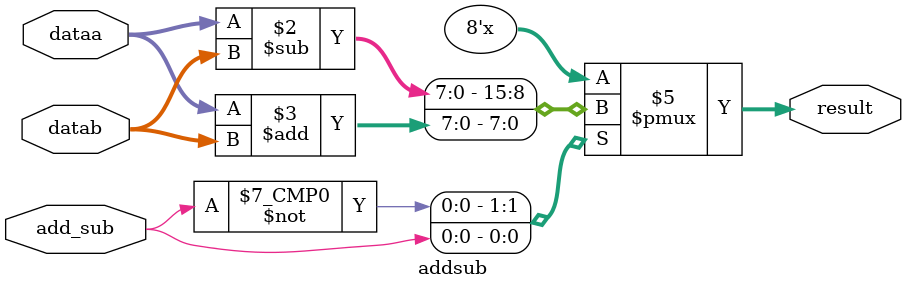
<source format=sv>
module addsub #(parameter dw=8)		 // dw = data width
(
  input        [dw-1:0] dataa,
  input        [dw-1:0] datab,
  input                 add_sub,	 // if this is 1, add; else subtract
  output logic [dw-1:0] result
);

// fill in guts  
// combinational logic, use blocking (=) assignment      
//add_sub       result
//1             dataa + datab;						
//0             dataa - datab;
initial begin
    //$display("addsub");
end
always_comb begin   
    case(add_sub)
        0: result= dataa - datab;
	1: result= dataa + datab;
    endcase
end
endmodule

</source>
